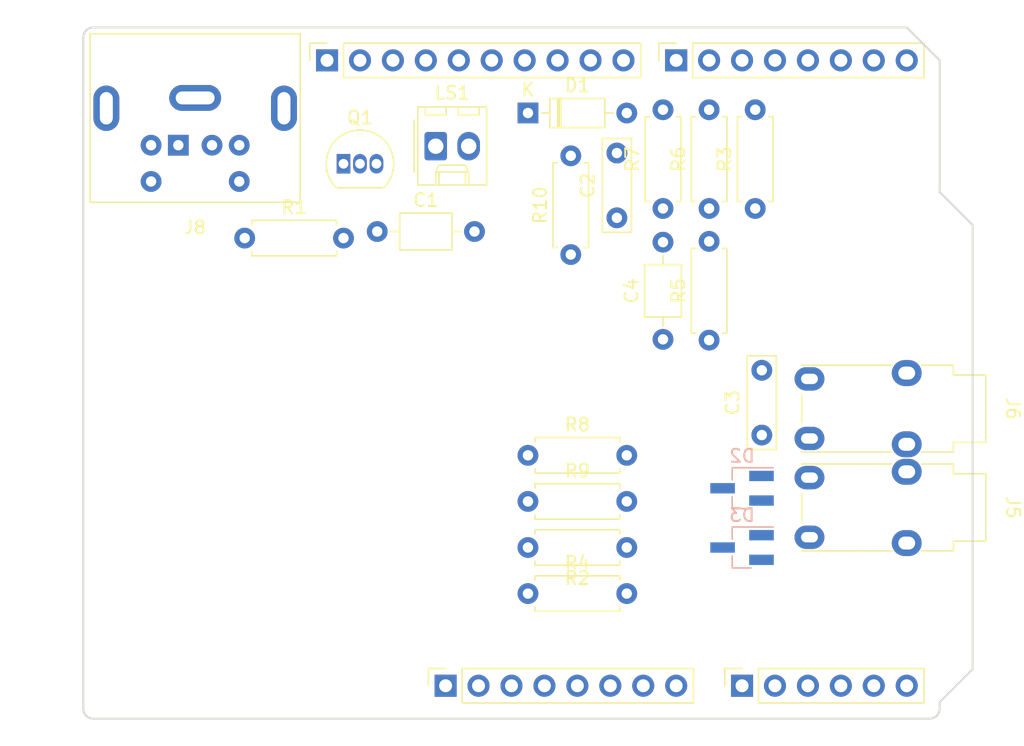
<source format=kicad_pcb>
(kicad_pcb (version 20211014) (generator pcbnew)
  (title_block (date "mar. 31 mars 2015"))
  (layers (0 "F.Cu" signal) (31 "B.Cu" signal) (34 "B.Paste" user) (35 "F.Paste" user) (36 "B.SilkS" user "B.Silkscreen") (37 "F.SilkS" user "F.Silkscreen") (38 "B.Mask" user) (39 "F.Mask" user) (44 "Edge.Cuts" user))
  (net 0 "")
  (net 1 "GND")
  (net 3 "+5V")
  (net 4 "/IOREF")
  (net 5 "/A0")
  (net 6 "/A1")
  (net 7 "/A2")
  (net 8 "/A3")
  (net 9 "/SDA{slash}A4")
  (net 10 "/SCL{slash}A5")
  (net 11 "/13")
  (net 12 "/12")
  (net 13 "/AREF")
  (net 14 "Net-(C2-Pad1)")
  (net 15 "/7")
  (net 16 "/*11")
  (net 17 "/*10")
  (net 18 "/*9")
  (net 19 "/4")
  (net 20 "/2")
  (net 21 "/*6")
  (net 22 "/*5")
  (net 23 "/TX{slash}1")
  (net 24 "/*3")
  (net 25 "/RX{slash}0")
  (net 26 "+3V3")
  (net 27 "VCC")
  (net 28 "/~{RESET}")
  (net 29 "MIC{slash}TAPE")
  (net 30 "Net-(C2-Pad2)")
  (net 31 "Net-(C3-Pad2)")
  (net 32 "Net-(D1-Pad1)")
  (net 33 "Net-(J6-PadT)")
  (net 34 "Net-(J8-Pad1)")
  (net 36 "Net-(J8-Pad5)")
  (net 38 "Net-(LS1-Pad1)")
  (net 39 "Net-(C3-Pad1)")
  (net 40 "Net-(Q1-Pad1)")
  (footprint "Connector_PinSocket_2.54mm:PinSocket_1x08_P2.54mm_Vertical" (layer "F.Cu") (at 127.94 97.46 90)
    (fp_text reference "J1" hide)
    (fp_text value "Power")
    (fp_line (start -1.33 19.11) (end 1.33 19.11) (layer "F.SilkS") (width 0.12))
    (fp_line (start 1.33 1.27) (end 1.33 19.11) (layer "F.SilkS") (width 0.12))
    (fp_line (start -1.33 1.27) (end 1.33 1.27) (layer "F.SilkS") (width 0.12))
    (fp_line (start 0 -1.33) (end 1.33 -1.33) (layer "F.SilkS") (width 0.12))
    (fp_line (start 1.33 -1.33) (end 1.33 0) (layer "F.SilkS") (width 0.12))
    (fp_line (start -1.33 1.27) (end -1.33 19.11) (layer "F.SilkS") (width 0.12))
    (pad "1" thru_hole rect locked (at 0 0 90) (size 1.7 1.7) (drill 1) (layers *.Cu *.Mask))
    (pad "2" thru_hole oval locked (at 0 2.54 90) (size 1.7 1.7) (drill 1) (layers *.Cu *.Mask) (net 4 "/IOREF"))
    (pad "3" thru_hole oval locked (at 0 5.08 90) (size 1.7 1.7) (drill 1) (layers *.Cu *.Mask) (net 28 "/~{RESET}"))
    (pad "4" thru_hole oval locked (at 0 7.62 90) (size 1.7 1.7) (drill 1) (layers *.Cu *.Mask) (net 26 "+3V3"))
    (pad "5" thru_hole oval locked (at 0 10.16 90) (size 1.7 1.7) (drill 1) (layers *.Cu *.Mask) (net 3 "+5V"))
    (pad "6" thru_hole oval locked (at 0 12.7 90) (size 1.7 1.7) (drill 1) (layers *.Cu *.Mask) (net 1 "GND"))
    (pad "7" thru_hole oval locked (at 0 15.24 90) (size 1.7 1.7) (drill 1) (layers *.Cu *.Mask) (net 1 "GND"))
    (pad "8" thru_hole oval locked (at 0 17.78 90) (size 1.7 1.7) (drill 1) (layers *.Cu *.Mask) (net 27 "VCC"))
  )
  (footprint "Connector_PinSocket_2.54mm:PinSocket_1x06_P2.54mm_Vertical" (layer "F.Cu") (at 150.8 97.46 90)
    (fp_text reference "J3" hide)
    (fp_text value "Analog")
    (fp_line (start 1.33 1.27) (end 1.33 14.03) (layer "F.SilkS") (width 0.12))
    (fp_line (start 0 -1.33) (end 1.33 -1.33) (layer "F.SilkS") (width 0.12))
    (fp_line (start -1.33 1.27) (end 1.33 1.27) (layer "F.SilkS") (width 0.12))
    (fp_line (start -1.33 1.27) (end -1.33 14.03) (layer "F.SilkS") (width 0.12))
    (fp_line (start -1.33 14.03) (end 1.33 14.03) (layer "F.SilkS") (width 0.12))
    (fp_line (start 1.33 -1.33) (end 1.33 0) (layer "F.SilkS") (width 0.12))
    (pad "1" thru_hole rect locked (at 0 0 90) (size 1.7 1.7) (drill 1) (layers *.Cu *.Mask) (net 5 "/A0"))
    (pad "2" thru_hole oval locked (at 0 2.54 90) (size 1.7 1.7) (drill 1) (layers *.Cu *.Mask) (net 6 "/A1"))
    (pad "3" thru_hole oval locked (at 0 5.08 90) (size 1.7 1.7) (drill 1) (layers *.Cu *.Mask) (net 7 "/A2"))
    (pad "4" thru_hole oval locked (at 0 7.62 90) (size 1.7 1.7) (drill 1) (layers *.Cu *.Mask) (net 8 "/A3"))
    (pad "5" thru_hole oval locked (at 0 10.16 90) (size 1.7 1.7) (drill 1) (layers *.Cu *.Mask) (net 9 "/SDA{slash}A4"))
    (pad "6" thru_hole oval locked (at 0 12.7 90) (size 1.7 1.7) (drill 1) (layers *.Cu *.Mask) (net 10 "/SCL{slash}A5"))
  )
  (footprint "Connector_PinSocket_2.54mm:PinSocket_1x10_P2.54mm_Vertical" (layer "F.Cu") (at 118.796 49.2 90)
    (fp_text reference "J2" hide)
    (fp_text value "Digital/PWM")
    (fp_line (start -1.33 24.19) (end 1.33 24.19) (layer "F.SilkS") (width 0.12))
    (fp_line (start -1.33 1.27) (end -1.33 24.19) (layer "F.SilkS") (width 0.12))
    (fp_line (start 1.33 -1.33) (end 1.33 0) (layer "F.SilkS") (width 0.12))
    (fp_line (start 0 -1.33) (end 1.33 -1.33) (layer "F.SilkS") (width 0.12))
    (fp_line (start 1.33 1.27) (end 1.33 24.19) (layer "F.SilkS") (width 0.12))
    (fp_line (start -1.33 1.27) (end 1.33 1.27) (layer "F.SilkS") (width 0.12))
    (pad "1" thru_hole rect locked (at 0 0 90) (size 1.7 1.7) (drill 1) (layers *.Cu *.Mask) (net 10 "/SCL{slash}A5"))
    (pad "2" thru_hole oval locked (at 0 2.54 90) (size 1.7 1.7) (drill 1) (layers *.Cu *.Mask) (net 9 "/SDA{slash}A4"))
    (pad "3" thru_hole oval locked (at 0 5.08 90) (size 1.7 1.7) (drill 1) (layers *.Cu *.Mask) (net 13 "/AREF"))
    (pad "4" thru_hole oval locked (at 0 7.62 90) (size 1.7 1.7) (drill 1) (layers *.Cu *.Mask) (net 1 "GND"))
    (pad "5" thru_hole oval locked (at 0 10.16 90) (size 1.7 1.7) (drill 1) (layers *.Cu *.Mask) (net 11 "/13"))
    (pad "6" thru_hole oval locked (at 0 12.7 90) (size 1.7 1.7) (drill 1) (layers *.Cu *.Mask) (net 12 "/12"))
    (pad "7" thru_hole oval locked (at 0 15.24 90) (size 1.7 1.7) (drill 1) (layers *.Cu *.Mask) (net 16 "/*11"))
    (pad "8" thru_hole oval locked (at 0 17.78 90) (size 1.7 1.7) (drill 1) (layers *.Cu *.Mask) (net 17 "/*10"))
    (pad "9" thru_hole oval locked (at 0 20.32 90) (size 1.7 1.7) (drill 1) (layers *.Cu *.Mask) (net 18 "/*9"))
    (pad "10" thru_hole oval locked (at 0 22.86 90) (size 1.7 1.7) (drill 1) (layers *.Cu *.Mask) (net 29 "MIC{slash}TAPE"))
  )
  (footprint "Connector_PinSocket_2.54mm:PinSocket_1x08_P2.54mm_Vertical" (layer "F.Cu") (at 145.72 49.2 90)
    (fp_text reference "J4" hide)
    (fp_text value "Digital/PWM")
    (fp_line (start -1.33 19.11) (end 1.33 19.11) (layer "F.SilkS") (width 0.12))
    (fp_line (start -1.33 1.27) (end -1.33 19.11) (layer "F.SilkS") (width 0.12))
    (fp_line (start 0 -1.33) (end 1.33 -1.33) (layer "F.SilkS") (width 0.12))
    (fp_line (start -1.33 1.27) (end 1.33 1.27) (layer "F.SilkS") (width 0.12))
    (fp_line (start 1.33 -1.33) (end 1.33 0) (layer "F.SilkS") (width 0.12))
    (fp_line (start 1.33 1.27) (end 1.33 19.11) (layer "F.SilkS") (width 0.12))
    (pad "1" thru_hole rect locked (at 0 0 90) (size 1.7 1.7) (drill 1) (layers *.Cu *.Mask) (net 15 "/7"))
    (pad "2" thru_hole oval locked (at 0 2.54 90) (size 1.7 1.7) (drill 1) (layers *.Cu *.Mask) (net 21 "/*6"))
    (pad "3" thru_hole oval locked (at 0 5.08 90) (size 1.7 1.7) (drill 1) (layers *.Cu *.Mask) (net 22 "/*5"))
    (pad "4" thru_hole oval locked (at 0 7.62 90) (size 1.7 1.7) (drill 1) (layers *.Cu *.Mask) (net 19 "/4"))
    (pad "5" thru_hole oval locked (at 0 10.16 90) (size 1.7 1.7) (drill 1) (layers *.Cu *.Mask) (net 24 "/*3"))
    (pad "6" thru_hole oval locked (at 0 12.7 90) (size 1.7 1.7) (drill 1) (layers *.Cu *.Mask) (net 20 "/2"))
    (pad "7" thru_hole oval locked (at 0 15.24 90) (size 1.7 1.7) (drill 1) (layers *.Cu *.Mask) (net 23 "/TX{slash}1"))
    (pad "8" thru_hole oval locked (at 0 17.78 90) (size 1.7 1.7) (drill 1) (layers *.Cu *.Mask) (net 25 "/RX{slash}0"))
  )
  (footprint "Resistor_THT:R_Axial_DIN0207_L6.3mm_D2.5mm_P7.62mm_Horizontal" (layer "F.Cu") (at 112.446 62.916)
    (fp_text reference "R1" (at 3.81 -2.37) (layer "F.SilkS"))
    (fp_text value "2K")
    (fp_line (start 0.54 1.04) (end 0.54 1.37) (layer "F.SilkS") (width 0.12))
    (fp_line (start 0.54 1.37) (end 7.08 1.37) (layer "F.SilkS") (width 0.12))
    (fp_line (start 0.54 -1.37) (end 7.08 -1.37) (layer "F.SilkS") (width 0.12))
    (fp_line (start 7.08 1.37) (end 7.08 1.04) (layer "F.SilkS") (width 0.12))
    (fp_line (start 7.08 -1.37) (end 7.08 -1.04) (layer "F.SilkS") (width 0.12))
    (fp_line (start 0.54 -1.04) (end 0.54 -1.37) (layer "F.SilkS") (width 0.12))
    (pad "1" thru_hole circle (at 0 0) (size 1.6 1.6) (drill 0.8) (layers *.Cu *.Mask) (net 36 "Net-(J8-Pad5)"))
    (pad "2" thru_hole oval (at 7.62 0) (size 1.6 1.6) (drill 0.8) (layers *.Cu *.Mask) (net 3 "+5V"))
  )
  (footprint "Connector_Molex:Molex_KK-254_AE-6410-02A_1x02_P2.54mm_Vertical" (layer "F.Cu") (at 127.178 55.824)
    (fp_text reference "LS1" (at 1.27 -4.12) (layer "F.SilkS"))
    (fp_text value "Speaker")
    (fp_line (start 0.8 -2.43) (end 0.8 -3.03) (layer "F.SilkS") (width 0.12))
    (fp_line (start 0.25 1.46) (end 2.29 1.46) (layer "F.SilkS") (width 0.12))
    (fp_line (start 2.54 1.99) (end 2.54 2.99) (layer "F.SilkS") (width 0.12))
    (fp_line (start 3.34 -2.43) (end 3.34 -3.03) (layer "F.SilkS") (width 0.12))
    (fp_line (start 3.92 -3.03) (end -1.38 -3.03) (layer "F.SilkS") (width 0.12))
    (fp_line (start 2.29 1.46) (end 2.54 1.99) (layer "F.SilkS") (width 0.12))
    (fp_line (start -1.38 -3.03) (end -1.38 2.99) (layer "F.SilkS") (width 0.12))
    (fp_line (start -0.8 -2.43) (end 0.8 -2.43) (layer "F.SilkS") (width 0.12))
    (fp_line (start -1.38 2.99) (end 3.92 2.99) (layer "F.SilkS") (width 0.12))
    (fp_line (start 0 1.99) (end 2.54 1.99) (layer "F.SilkS") (width 0.12))
    (fp_line (start 3.92 2.99) (end 3.92 -3.03) (layer "F.SilkS") (width 0.12))
    (fp_line (start 0 1.99) (end 0.25 1.46) (layer "F.SilkS") (width 0.12))
    (fp_line (start -0.8 -3.03) (end -0.8 -2.43) (layer "F.SilkS") (width 0.12))
    (fp_line (start 1.74 -3.03) (end 1.74 -2.43) (layer "F.SilkS") (width 0.12))
    (fp_line (start 0.25 2.99) (end 0.25 1.99) (layer "F.SilkS") (width 0.12))
    (fp_line (start -1.67 -2) (end -1.67 2) (layer "F.SilkS") (width 0.12))
    (fp_line (start 2.29 2.99) (end 2.29 1.99) (layer "F.SilkS") (width 0.12))
    (fp_line (start 1.74 -2.43) (end 3.34 -2.43) (layer "F.SilkS") (width 0.12))
    (fp_line (start 0 2.99) (end 0 1.99) (layer "F.SilkS") (width 0.12))
    (pad "1" thru_hole roundrect (at 0 0) (size 1.74 2.19) (drill 1.19) (layers *.Cu *.Mask) (roundrect_rratio 0.1436781609) (net 38 "Net-(LS1-Pad1)"))
    (pad "2" thru_hole oval (at 2.54 0) (size 1.74 2.19) (drill 1.19) (layers *.Cu *.Mask) (net 1 "GND"))
  )
  (footprint "Resistor_THT:R_Axial_DIN0207_L6.3mm_D2.5mm_P7.62mm_Horizontal" (layer "F.Cu") (at 134.29 90.348)
    (fp_text reference "R4" (at 3.81 -2.37) (layer "F.SilkS"))
    (fp_text value "120R")
    (fp_line (start 7.08 1.37) (end 7.08 1.04) (layer "F.SilkS") (width 0.12))
    (fp_line (start 0.54 -1.04) (end 0.54 -1.37) (layer "F.SilkS") (width 0.12))
    (fp_line (start 7.08 -1.37) (end 7.08 -1.04) (layer "F.SilkS") (width 0.12))
    (fp_line (start 0.54 1.04) (end 0.54 1.37) (layer "F.SilkS") (width 0.12))
    (fp_line (start 0.54 -1.37) (end 7.08 -1.37) (layer "F.SilkS") (width 0.12))
    (fp_line (start 0.54 1.37) (end 7.08 1.37) (layer "F.SilkS") (width 0.12))
    (pad "1" thru_hole circle (at 0 0) (size 1.6 1.6) (drill 0.8) (layers *.Cu *.Mask) (net 34 "Net-(J8-Pad1)"))
    (pad "2" thru_hole oval (at 7.62 0) (size 1.6 1.6) (drill 0.8) (layers *.Cu *.Mask) (net 23 "/TX{slash}1"))
  )
  (footprint "Resistor_THT:R_Axial_DIN0207_L6.3mm_D2.5mm_P7.62mm_Horizontal" (layer "F.Cu") (at 148.26 60.63 90)
    (fp_text reference "R6" (at 3.81 -2.37 90) (layer "F.SilkS"))
    (fp_text value "680R")
    (fp_line (start 7.08 1.37) (end 7.08 1.04) (layer "F.SilkS") (width 0.12))
    (fp_line (start 0.54 1.04) (end 0.54 1.37) (layer "F.SilkS") (width 0.12))
    (fp_line (start 0.54 -1.04) (end 0.54 -1.37) (layer "F.SilkS") (width 0.12))
    (fp_line (start 0.54 1.37) (end 7.08 1.37) (layer "F.SilkS") (width 0.12))
    (fp_line (start 7.08 -1.37) (end 7.08 -1.04) (layer "F.SilkS") (width 0.12))
    (fp_line (start 0.54 -1.37) (end 7.08 -1.37) (layer "F.SilkS") (width 0.12))
    (pad "1" thru_hole circle (at 0 0 90) (size 1.6 1.6) (drill 0.8) (layers *.Cu *.Mask) (net 33 "Net-(J6-PadT)"))
    (pad "2" thru_hole oval (at 7.62 0 90) (size 1.6 1.6) (drill 0.8) (layers *.Cu *.Mask) (net 14 "Net-(C2-Pad1)"))
  )
  (footprint "Capacitor_THT:C_Axial_L3.8mm_D2.6mm_P7.50mm_Horizontal" (layer "F.Cu") (at 122.666 62.408)
    (fp_text reference "C1" (at 3.75 -2.42) (layer "F.SilkS"))
    (fp_text value "0.1u")
    (fp_line (start 1.73 1.42) (end 5.77 1.42) (layer "F.SilkS") (width 0.12))
    (fp_line (start 1.73 -1.42) (end 1.73 1.42) (layer "F.SilkS") (width 0.12))
    (fp_line (start 5.77 -1.42) (end 1.73 -1.42) (layer "F.SilkS") (width 0.12))
    (fp_line (start 5.77 1.42) (end 5.77 -1.42) (layer "F.SilkS") (width 0.12))
    (fp_line (start 1.04 0) (end 1.73 0) (layer "F.SilkS") (width 0.12))
    (fp_line (start 6.46 0) (end 5.77 0) (layer "F.SilkS") (width 0.12))
    (pad "1" thru_hole circle (at 0 0) (size 1.6 1.6) (drill 0.8) (layers *.Cu *.Mask) (net 3 "+5V"))
    (pad "2" thru_hole oval (at 7.5 0) (size 1.6 1.6) (drill 0.8) (layers *.Cu *.Mask) (net 1 "GND"))
  )
  (footprint "Resistor_THT:R_Axial_DIN0207_L6.3mm_D2.5mm_P7.62mm_Horizontal" (layer "F.Cu") (at 134.29 83.236)
    (fp_text reference "R9" (at 3.81 -2.37) (layer "F.SilkS"))
    (fp_text value "0R")
    (fp_line (start 0.54 1.04) (end 0.54 1.37) (layer "F.SilkS") (width 0.12))
    (fp_line (start 0.54 -1.04) (end 0.54 -1.37) (layer "F.SilkS") (width 0.12))
    (fp_line (start 0.54 -1.37) (end 7.08 -1.37) (layer "F.SilkS") (width 0.12))
    (fp_line (start 7.08 -1.37) (end 7.08 -1.04) (layer "F.SilkS") (width 0.12))
    (fp_line (start 0.54 1.37) (end 7.08 1.37) (layer "F.SilkS") (width 0.12))
    (fp_line (start 7.08 1.37) (end 7.08 1.04) (layer "F.SilkS") (width 0.12))
    (pad "1" thru_hole circle (at 0 0) (size 1.6 1.6) (drill 0.8) (layers *.Cu *.Mask) (net 38 "Net-(LS1-Pad1)"))
    (pad "2" thru_hole oval (at 7.62 0) (size 1.6 1.6) (drill 0.8) (layers *.Cu *.Mask) (net 40 "Net-(Q1-Pad1)"))
  )
  (footprint "Custom_Footprints:Connector_Mini-DIN_Female_6Pin_2rows" (layer "F.Cu") (at 107.326 55.747 180)
    (fp_text reference "J8" (at -1.27 -6.35) (layer "F.SilkS"))
    (fp_text value "Mini-DIN-6")
    (fp_line (start -9.4 -4.4) (end -9.4 8.6) (layer "F.SilkS") (width 0.12))
    (fp_line (start -9.4 8.6) (end 6.8 8.6) (layer "F.SilkS") (width 0.12))
    (fp_line (start -9.4 -4.4) (end 6.8 -4.4) (layer "F.SilkS") (width 0.12))
    (fp_line (start 6.8 -4.4) (end 6.8 8.6) (layer "F.SilkS") (width 0.12))
    (pad "1" thru_hole rect locked (at 0 0 180) (size 1.6 1.6) (drill 0.8) (layers *.Cu *.Mask) (net 34 "Net-(J8-Pad1)"))
    (pad "2" thru_hole circle locked (at -2.6 0 180) (size 1.6 1.6) (drill 0.8) (layers *.Cu *.Mask))
    (pad "3" thru_hole circle locked (at 2.1 0 180) (size 1.6 1.6) (drill 0.8) (layers *.Cu *.Mask) (net 1 "GND"))
    (pad "4" thru_hole circle locked (at -4.7 0 180) (size 1.6 1.6) (drill 0.8) (layers *.Cu *.Mask) (net 3 "+5V"))
    (pad "5" thru_hole circle locked (at 2.1 -2.8 180) (size 1.6 1.6) (drill 0.8) (layers *.Cu *.Mask) (net 36 "Net-(J8-Pad5)"))
    (pad "6" thru_hole circle locked (at -4.7 -2.8 180) (size 1.6 1.6) (drill 0.8) (layers *.Cu *.Mask))
    (pad "7" thru_hole oval locked (at 5.55 2.85 180) (size 2 3.5) (drill oval 1 2.5) (layers *.Cu *.Mask) (net 1 "GND"))
    (pad "7" thru_hole oval locked (at -8.15 2.85 180) (size 2 3.5) (drill oval 1 2.5) (layers *.Cu *.Mask) (net 1 "GND"))
    (pad "7" thru_hole oval locked (at -1.3 3.65 180) (size 4 2) (drill oval 3 1) (layers *.Cu *.Mask) (net 1 "GND"))
  )
  (footprint "Connector_Audio:Jack_3.5mm_Lumberg_1503_07_Horizontal" (layer "F.Cu") (at 163.5 73.33 -90)
    (fp_text reference "J6" (at 2.75 -8.2 -90 unlocked) (layer "F.SilkS"))
    (fp_text value "EAR")
    (fp_line (start 5.35 -3.6) (end 6.1 -3.6) (layer "F.SilkS") (width 0.12))
    (fp_line (start 0.15 -6.1) (end 5.35 -6.1) (layer "F.SilkS") (width 0.12))
    (fp_line (start 6.1 -3.6) (end 6.1 -1.15) (layer "F.SilkS") (width 0.12))
    (fp_line (start 0.15 -3.6) (end -0.6 -3.6) (layer "F.SilkS") (width 0.12))
    (fp_line (start -0.6 1.15) (end -0.6 8.1) (layer "F.SilkS") (width 0.12))
    (fp_line (start 0.15 -6.1) (end 0.15 -3.6) (layer "F.SilkS") (width 0.12))
    (fp_line (start 1.7 8.1) (end 3.8 8.1) (layer "F.SilkS") (width 0.12))
    (fp_line (start 5.35 -6.1) (end 5.35 -3.6) (layer "F.SilkS") (width 0.12))
    (fp_line (start -0.6 -3.6) (end -0.6 -1.15) (layer "F.SilkS") (width 0.12))
    (fp_line (start 6.1 1.15) (end 6.1 8.1) (layer "F.SilkS") (width 0.12))
    (pad "" np_thru_hole circle (at 0.25 3.5 270) (size 1.1 1.1) (drill 1.1) (layers F&B.Cu *.Mask))
    (pad "" np_thru_hole circle (at 5.25 3.5 270) (size 1.1 1.1) (drill 1.1) (layers F&B.Cu *.Mask))
    (pad "R" thru_hole oval (at 5.05 7.5 270) (size 1.8 2.3) (drill oval 0.8 1.3) (layers *.Cu *.Mask))
    (pad "S" thru_hole oval (at 0.45 7.5 270) (size 1.8 2.3) (drill oval 0.8 1.3) (layers *.Cu *.Mask) (net 1 "GND"))
    (pad "T" thru_hole oval (at 5.5 0 270) (size 2 2.3) (drill oval 1 1.3) (layers *.Cu *.Mask) (net 33 "Net-(J6-PadT)"))
    (pad "T" thru_hole oval (at 0 0 270) (size 2 2.3) (drill oval 1 1.3) (layers *.Cu *.Mask) (net 33 "Net-(J6-PadT)"))
  )
  (footprint "Resistor_THT:R_Axial_DIN0207_L6.3mm_D2.5mm_P7.62mm_Horizontal" (layer "F.Cu") (at 144.704 60.63 90)
    (fp_text reference "R7" (at 3.81 -2.37 90) (layer "F.SilkS"))
    (fp_text value "10K")
    (fp_line (start 0.54 -1.37) (end 7.08 -1.37) (layer "F.SilkS") (width 0.12))
    (fp_line (start 7.08 1.37) (end 7.08 1.04) (layer "F.SilkS") (width 0.12))
    (fp_line (start 0.54 1.37) (end 7.08 1.37) (layer "F.SilkS") (width 0.12))
    (fp_line (start 7.08 -1.37) (end 7.08 -1.04) (layer "F.SilkS") (width 0.12))
    (fp_line (start 0.54 1.04) (end 0.54 1.37) (layer "F.SilkS") (width 0.12))
    (fp_line (start 0.54 -1.04) (end 0.54 -1.37) (layer "F.SilkS") (width 0.12))
    (pad "1" thru_hole circle (at 0 0 90) (size 1.6 1.6) (drill 0.8) (layers *.Cu *.Mask) (net 31 "Net-(C3-Pad2)"))
    (pad "2" thru_hole oval (at 7.62 0 90) (size 1.6 1.6) (drill 0.8) (layers *.Cu *.Mask) (net 30 "Net-(C2-Pad2)"))
  )
  (footprint "Capacitor_THT:C_Rect_L7.0mm_W2.0mm_P5.00mm" (layer "F.Cu") (at 141.148 61.352 90)
    (fp_text reference "C2" (at 2.5 -2.25 90) (layer "F.SilkS"))
    (fp_text value "100nF")
    (fp_line (start -1.12 -1.12) (end 6.12 -1.12) (layer "F.SilkS") (width 0.12))
    (fp_line (start -1.12 1.12) (end 6.12 1.12) (layer "F.SilkS") (width 0.12))
    (fp_line (start 6.12 -1.12) (end 6.12 1.12) (layer "F.SilkS") (width 0.12))
    (fp_line (start -1.12 -1.12) (end -1.12 1.12) (layer "F.SilkS") (width 0.12))
    (pad "1" thru_hole circle (at 0 0 90) (size 1.6 1.6) (drill 0.8) (layers *.Cu *.Mask) (net 14 "Net-(C2-Pad1)"))
    (pad "2" thru_hole circle (at 5 0 90) (size 1.6 1.6) (drill 0.8) (layers *.Cu *.Mask) (net 30 "Net-(C2-Pad2)"))
  )
  (footprint "Diode_THT:D_DO-35_SOD27_P7.62mm_Horizontal" (layer "F.Cu") (at 134.29 53.264)
    (fp_text reference "D1" (at 3.81 -2.12) (layer "F.SilkS"))
    (fp_text value "1N914")
    (fp_text user "K" (at 0 -1.8) (layer "F.SilkS"))
    (fp_line (start 1.04 0) (end 1.69 0) (layer "F.SilkS") (width 0.12))
    (fp_line (start 2.53 -1.12) (end 2.53 1.12) (layer "F.SilkS") (width 0.12))
    (fp_line (start 2.41 -1.12) (end 2.41 1.12) (layer "F.SilkS") (width 0.12))
    (fp_line (start 5.93 -1.12) (end 1.69 -1.12) (layer "F.SilkS") (width 0.12))
    (fp_line (start 1.69 1.12) (end 5.93 1.12) (layer "F.SilkS") (width 0.12))
    (fp_line (start 2.29 -1.12) (end 2.29 1.12) (layer "F.SilkS") (width 0.12))
    (fp_line (start 5.93 1.12) (end 5.93 -1.12) (layer "F.SilkS") (width 0.12))
    (fp_line (start 6.58 0) (end 5.93 0) (layer "F.SilkS") (width 0.12))
    (fp_line (start 1.69 -1.12) (end 1.69 1.12) (layer "F.SilkS") (width 0.12))
    (pad "1" thru_hole rect (at 0 0) (size 1.6 1.6) (drill 0.8) (layers *.Cu *.Mask) (net 32 "Net-(D1-Pad1)"))
    (pad "2" thru_hole oval (at 7.62 0) (size 1.6 1.6) (drill 0.8) (layers *.Cu *.Mask) (net 30 "Net-(C2-Pad2)"))
  )
  (footprint "Package_TO_SOT_THT:TO-92_Inline" (layer "F.Cu") (at 120.066 57.18)
    (fp_text reference "Q1" (at 1.27 -3.56) (layer "F.SilkS"))
    (fp_text value "2N3904")
    (fp_line (start -0.53 1.85) (end 3.07 1.85) (layer "F.SilkS") (width 0.12))
    (fp_arc (start 1.27 -2.6) (mid 3.672087 -0.994977) (end 3.108478 1.838478) (layer "F.SilkS") (width 0.12))
    (fp_arc (start -0.568478 1.838478) (mid -1.132087 -0.994977) (end 1.27 -2.6) (layer "F.SilkS") (width 0.12))
    (pad "1" thru_hole rect (at 0 0) (size 1.05 1.5) (drill 0.75) (layers *.Cu *.Mask) (net 40 "Net-(Q1-Pad1)"))
    (pad "2" thru_hole oval (at 1.27 0) (size 1.05 1.5) (drill 0.75) (layers *.Cu *.Mask) (net 32 "Net-(D1-Pad1)"))
    (pad "3" thru_hole oval (at 2.54 0) (size 1.05 1.5) (drill 0.75) (layers *.Cu *.Mask) (net 3 "+5V"))
  )
  (footprint "Resistor_THT:R_Axial_DIN0207_L6.3mm_D2.5mm_P7.62mm_Horizontal" (layer "F.Cu") (at 141.91 86.792 180)
    (fp_text reference "R2" (at 3.81 -2.37) (layer "F.SilkS"))
    (fp_text value "2K")
    (fp_line (start 0.54 1.37) (end 7.08 1.37) (layer "F.SilkS") (width 0.12))
    (fp_line (start 0.54 -1.37) (end 7.08 -1.37) (layer "F.SilkS") (width 0.12))
    (fp_line (start 7.08 1.37) (end 7.08 1.04) (layer "F.SilkS") (width 0.12))
    (fp_line (start 0.54 1.04) (end 0.54 1.37) (layer "F.SilkS") (width 0.12))
    (fp_line (start 0.54 -1.04) (end 0.54 -1.37) (layer "F.SilkS") (width 0.12))
    (fp_line (start 7.08 -1.37) (end 7.08 -1.04) (layer "F.SilkS") (width 0.12))
    (pad "1" thru_hole circle (at 0 0 180) (size 1.6 1.6) (drill 0.8) (layers *.Cu *.Mask) (net 3 "+5V"))
    (pad "2" thru_hole oval (at 7.62 0 180) (size 1.6 1.6) (drill 0.8) (layers *.Cu *.Mask) (net 34 "Net-(J8-Pad1)"))
  )
  (footprint "Resistor_THT:R_Axial_DIN0207_L6.3mm_D2.5mm_P7.62mm_Horizontal" (layer "F.Cu") (at 148.26 70.79 90)
    (fp_text reference "R5" (at 3.81 -2.37 90) (layer "F.SilkS"))
    (fp_text value "1K")
    (fp_line (start 0.54 -1.04) (end 0.54 -1.37) (layer "F.SilkS") (width 0.12))
    (fp_line (start 7.08 -1.37) (end 7.08 -1.04) (layer "F.SilkS") (width 0.12))
    (fp_line (start 0.54 1.37) (end 7.08 1.37) (layer "F.SilkS") (width 0.12))
    (fp_line (start 0.54 -1.37) (end 7.08 -1.37) (layer "F.SilkS") (width 0.12))
    (fp_line (start 0.54 1.04) (end 0.54 1.37) (layer "F.SilkS") (width 0.12))
    (fp_line (start 7.08 1.37) (end 7.08 1.04) (layer "F.SilkS") (width 0.12))
    (pad "1" thru_hole circle (at 0 0 90) (size 1.6 1.6) (drill 0.8) (layers *.Cu *.Mask) (net 1 "GND"))
    (pad "2" thru_hole oval (at 7.62 0 90) (size 1.6 1.6) (drill 0.8) (layers *.Cu *.Mask) (net 33 "Net-(J6-PadT)"))
  )
  (footprint "Capacitor_THT:C_Rect_L7.0mm_W2.0mm_P5.00mm" (layer "F.Cu") (at 152.324 78.116 90)
    (fp_text reference "C3" (at 2.5 -2.25 90) (layer "F.SilkS"))
    (fp_text value "100nF")
    (fp_line (start -1.12 -1.12) (end 6.12 -1.12) (layer "F.SilkS") (width 0.12))
    (fp_line (start 6.12 -1.12) (end 6.12 1.12) (layer "F.SilkS") (width 0.12))
    (fp_line (start -1.12 -1.12) (end -1.12 1.12) (layer "F.SilkS") (width 0.12))
    (fp_line (start -1.12 1.12) (end 6.12 1.12) (layer "F.SilkS") (width 0.12))
    (pad "1" thru_hole circle (at 0 0 90) (size 1.6 1.6) (drill 0.8) (layers *.Cu *.Mask) (net 39 "Net-(C3-Pad1)"))
    (pad "2" thru_hole circle (at 5 0 90) (size 1.6 1.6) (drill 0.8) (layers *.Cu *.Mask) (net 31 "Net-(C3-Pad2)"))
  )
  (footprint "Capacitor_THT:C_Axial_L3.8mm_D2.6mm_P7.50mm_Horizontal" (layer "F.Cu") (at 144.704 70.73 90)
    (fp_text reference "C4" (at 3.75 -2.42 90) (layer "F.SilkS"))
    (fp_text value "10nF")
    (fp_line (start 5.77 1.42) (end 5.77 -1.42) (layer "F.SilkS") (width 0.12))
    (fp_line (start 1.73 -1.42) (end 1.73 1.42) (layer "F.SilkS") (width 0.12))
    (fp_line (start 6.46 0) (end 5.77 0) (layer "F.SilkS") (width 0.12))
    (fp_line (start 5.77 -1.42) (end 1.73 -1.42) (layer "F.SilkS") (width 0.12))
    (fp_line (start 1.04 0) (end 1.73 0) (layer "F.SilkS") (width 0.12))
    (fp_line (start 1.73 1.42) (end 5.77 1.42) (layer "F.SilkS") (width 0.12))
    (pad "1" thru_hole circle (at 0 0 90) (size 1.6 1.6) (drill 0.8) (layers *.Cu *.Mask) (net 1 "GND"))
    (pad "2" thru_hole oval (at 7.5 0 90) (size 1.6 1.6) (drill 0.8) (layers *.Cu *.Mask) (net 30 "Net-(C2-Pad2)"))
  )
  (footprint "Connector_Audio:Jack_3.5mm_Lumberg_1503_07_Horizontal" (layer "F.Cu") (at 163.5 80.95 -90)
    (fp_text reference "J5" (at 2.75 -8.2 -90 unlocked) (layer "F.SilkS"))
    (fp_text value "MIC")
    (fp_line (start -0.6 1.15) (end -0.6 8.1) (layer "F.SilkS") (width 0.12))
    (fp_line (start -0.6 -3.6) (end -0.6 -1.15) (layer "F.SilkS") (width 0.12))
    (fp_line (start 5.35 -6.1) (end 5.35 -3.6) (layer "F.SilkS") (width 0.12))
    (fp_line (start 6.1 1.15) (end 6.1 8.1) (layer "F.SilkS") (width 0.12))
    (fp_line (start 0.15 -3.6) (end -0.6 -3.6) (layer "F.SilkS") (width 0.12))
    (fp_line (start 1.7 8.1) (end 3.8 8.1) (layer "F.SilkS") (width 0.12))
    (fp_line (start 6.1 -3.6) (end 6.1 -1.15) (layer "F.SilkS") (width 0.12))
    (fp_line (start 0.15 -6.1) (end 0.15 -3.6) (layer "F.SilkS") (width 0.12))
    (fp_line (start 5.35 -3.6) (end 6.1 -3.6) (layer "F.SilkS") (width 0.12))
    (fp_line (start 0.15 -6.1) (end 5.35 -6.1) (layer "F.SilkS") (width 0.12))
    (pad "" np_thru_hole circle (at 5.25 3.5 270) (size 1.1 1.1) (drill 1.1) (layers F&B.Cu *.Mask))
    (pad "" np_thru_hole circle (at 0.25 3.5 270) (size 1.1 1.1) (drill 1.1) (layers F&B.Cu *.Mask))
    (pad "R" thru_hole oval (at 5.05 7.5 270) (size 1.8 2.3) (drill oval 0.8 1.3) (layers *.Cu *.Mask))
    (pad "S" thru_hole oval (at 0.45 7.5 270) (size 1.8 2.3) (drill oval 0.8 1.3) (layers *.Cu *.Mask) (net 1 "GND"))
    (pad "T" thru_hole oval (at 0 0 270) (size 2 2.3) (drill oval 1 1.3) (layers *.Cu *.Mask) (net 39 "Net-(C3-Pad1)"))
    (pad "T" thru_hole oval (at 5.5 0 270) (size 2 2.3) (drill oval 1 1.3) (layers *.Cu *.Mask) (net 39 "Net-(C3-Pad1)"))
  )
  (footprint "Arduino_MountingHole:MountingHole_3.2mm" (layer "F.Cu") (at 113.97 97.46)
    (fp_text reference "MH2" hide)
    (fp_text value "MountingHole_3.2mm" hide)
    (pad "" np_thru_hole circle locked (at 0 0) (size 3.2 3.2) (drill 3.2) (layers *.Cu *.Mask))
  )
  (footprint "Resistor_THT:R_Axial_DIN0207_L6.3mm_D2.5mm_P7.62mm_Horizontal" (layer "F.Cu") (at 137.592 64.186 90)
    (fp_text reference "R10" (at 3.81 -2.37 90) (layer "F.SilkS"))
    (fp_text value "0R")
    (fp_line (start 7.08 -1.37) (end 7.08 -1.04) (layer "F.SilkS") (width 0.12))
    (fp_line (start 0.54 -1.04) (end 0.54 -1.37) (layer "F.SilkS") (width 0.12))
    (fp_line (start 0.54 1.04) (end 0.54 1.37) (layer "F.SilkS") (width 0.12))
    (fp_line (start 7.08 1.37) (end 7.08 1.04) (layer "F.SilkS") (width 0.12))
    (fp_line (start 0.54 -1.37) (end 7.08 -1.37) (layer "F.SilkS") (width 0.12))
    (fp_line (start 0.54 1.37) (end 7.08 1.37) (layer "F.SilkS") (width 0.12))
    (pad "1" thru_hole circle (at 0 0 90) (size 1.6 1.6) (drill 0.8) (layers *.Cu *.Mask) (net 30 "Net-(C2-Pad2)"))
    (pad "2" thru_hole oval (at 7.62 0 90) (size 1.6 1.6) (drill 0.8) (layers *.Cu *.Mask) (net 29 "MIC{slash}TAPE"))
  )
  (footprint "Resistor_THT:R_Axial_DIN0207_L6.3mm_D2.5mm_P7.62mm_Horizontal" (layer "F.Cu") (at 151.816 60.63 90)
    (fp_text reference "R3" (at 3.81 -2.37 90) (layer "F.SilkS"))
    (fp_text value "120R")
    (fp_line (start 0.54 1.37) (end 7.08 1.37) (layer "F.SilkS") (width 0.12))
    (fp_line (start 0.54 -1.04) (end 0.54 -1.37) (layer "F.SilkS") (width 0.12))
    (fp_line (start 0.54 -1.37) (end 7.08 -1.37) (layer "F.SilkS") (width 0.12))
    (fp_line (start 0.54 1.04) (end 0.54 1.37) (layer "F.SilkS") (width 0.12))
    (fp_line (start 7.08 -1.37) (end 7.08 -1.04) (layer "F.SilkS") (width 0.12))
    (fp_line (start 7.08 1.37) (end 7.08 1.04) (layer "F.SilkS") (width 0.12))
    (pad "1" thru_hole circle (at 0 0 90) (size 1.6 1.6) (drill 0.8) (layers *.Cu *.Mask) (net 36 "Net-(J8-Pad5)"))
    (pad "2" thru_hole oval (at 7.62 0 90) (size 1.6 1.6) (drill 0.8) (layers *.Cu *.Mask) (net 22 "/*5"))
  )
  (footprint "Arduino_MountingHole:MountingHole_3.2mm" (layer "F.Cu") (at 166.04 64.44)
    (fp_text reference "MH3" hide)
    (fp_text value "MountingHole_3.2mm" hide)
    (pad "" np_thru_hole circle locked (at 0 0) (size 3.2 3.2) (drill 3.2) (layers *.Cu *.Mask))
  )
  (footprint "Resistor_THT:R_Axial_DIN0207_L6.3mm_D2.5mm_P7.62mm_Horizontal" (layer "F.Cu") (at 134.29 79.68)
    (fp_text reference "R8" (at 3.81 -2.37) (layer "F.SilkS"))
    (fp_text value "0R")
    (fp_line (start 0.54 -1.37) (end 7.08 -1.37) (layer "F.SilkS") (width 0.12))
    (fp_line (start 7.08 1.37) (end 7.08 1.04) (layer "F.SilkS") (width 0.12))
    (fp_line (start 0.54 -1.04) (end 0.54 -1.37) (layer "F.SilkS") (width 0.12))
    (fp_line (start 7.08 -1.37) (end 7.08 -1.04) (layer "F.SilkS") (width 0.12))
    (fp_line (start 0.54 1.37) (end 7.08 1.37) (layer "F.SilkS") (width 0.12))
    (fp_line (start 0.54 1.04) (end 0.54 1.37) (layer "F.SilkS") (width 0.12))
    (pad "1" thru_hole circle (at 0 0) (size 1.6 1.6) (drill 0.8) (layers *.Cu *.Mask) (net 38 "Net-(LS1-Pad1)"))
    (pad "2" thru_hole oval (at 7.62 0) (size 1.6 1.6) (drill 0.8) (layers *.Cu *.Mask) (net 1 "GND"))
  )
  (footprint "Arduino_MountingHole:MountingHole_3.2mm" (layer "F.Cu") (at 166.04 92.38)
    (fp_text reference "MH4" hide)
    (fp_text value "MountingHole_3.2mm" hide)
    (pad "" np_thru_hole circle locked (at 0 0) (size 3.2 3.2) (drill 3.2) (layers *.Cu *.Mask))
  )
  (footprint "Package_TO_SOT_SMD:SOT-23_Handsoldering" (layer "B.Cu") (at 150.8 86.792 180)
    (fp_text reference "D3" (at 0 2.5) (layer "B.SilkS") (effects (justify mirror)))
    (fp_text value "BAT54S")
    (fp_line (start 0.76 1.58) (end 0.76 0.65) (layer "B.SilkS") (width 0.12))
    (fp_line (start 0.76 1.58) (end -2.4 1.58) (layer "B.SilkS") (width 0.12))
    (fp_line (start 0.76 -1.58) (end -0.7 -1.58) (layer "B.SilkS") (width 0.12))
    (fp_line (start 0.76 -1.58) (end 0.76 -0.65) (layer "B.SilkS") (width 0.12))
    (pad "1" smd rect (at -1.5 0.95 180) (size 1.9 0.8) (layers "B.Cu" "B.Paste" "B.Mask") (net 1 "GND"))
    (pad "2" smd rect (at -1.5 -0.95 180) (size 1.9 0.8) (layers "B.Cu" "B.Paste" "B.Mask") (net 26 "+3V3"))
    (pad "3" smd rect (at 1.5 0 180) (size 1.9 0.8) (layers "B.Cu" "B.Paste" "B.Mask") (net 23 "/TX{slash}1"))
  )
  (footprint "Package_TO_SOT_SMD:SOT-23_Handsoldering" (layer "B.Cu") (at 150.8 82.22 180)
    (fp_text reference "D2" (at 0 2.5) (layer "B.SilkS") (effects (justify mirror)))
    (fp_text value "BAT54S")
    (fp_line (start 0.76 1.58) (end -2.4 1.58) (layer "B.SilkS") (width 0.12))
    (fp_line (start 0.76 -1.58) (end -0.7 -1.58) (layer "B.SilkS") (width 0.12))
    (fp_line (start 0.76 1.58) (end 0.76 0.65) (layer "B.SilkS") (width 0.12))
    (fp_line (start 0.76 -1.58) (end 0.76 -0.65) (layer "B.SilkS") (width 0.12))
    (pad "1" smd rect (at -1.5 0.95 180) (size 1.9 0.8) (layers "B.Cu" "B.Paste" "B.Mask") (net 1 "GND"))
    (pad "2" smd rect (at -1.5 -0.95 180) (size 1.9 0.8) (layers "B.Cu" "B.Paste" "B.Mask") (net 26 "+3V3"))
    (pad "3" smd rect (at 1.5 0 180) (size 1.9 0.8) (layers "B.Cu" "B.Paste" "B.Mask") (net 22 "/*5"))
  )
  (gr_line (start 166.04 59.36) (end 168.58 61.9) (layer "Edge.Cuts") (width 0.15))
  (gr_line (start 100 99.238) (end 100 47.422) (layer "Edge.Cuts") (width 0.15))
  (gr_line (start 168.58 61.9) (end 168.58 96.19) (layer "Edge.Cuts") (width 0.15))
  (gr_line (start 165.278 100) (end 100.762 100) (layer "Edge.Cuts") (width 0.15))
  (gr_line (start 100.762 46.66) (end 163.5 46.66) (layer "Edge.Cuts") (width 0.15))
  (gr_arc (start 100.762 100) (mid 100.223185 99.776815) (end 100 99.238) (layer "Edge.Cuts") (width 0.15))
  (gr_line (start 168.58 96.19) (end 166.04 98.73) (layer "Edge.Cuts") (width 0.15))
  (gr_line (start 163.5 46.66) (end 166.04 49.2) (layer "Edge.Cuts") (width 0.15))
  (gr_arc (start 166.04 99.238) (mid 165.816815 99.776815) (end 165.278 100) (layer "Edge.Cuts") (width 0.15))
  (gr_line (start 166.04 49.2) (end 166.04 59.36) (layer "Edge.Cuts") (width 0.15))
  (gr_line (start 166.04 98.73) (end 166.04 99.238) (layer "Edge.Cuts") (width 0.15))
  (gr_arc (start 100 47.422) (mid 100.223185 46.883185) (end 100.762 46.66) (layer "Edge.Cuts") (width 0.15))
)
</source>
